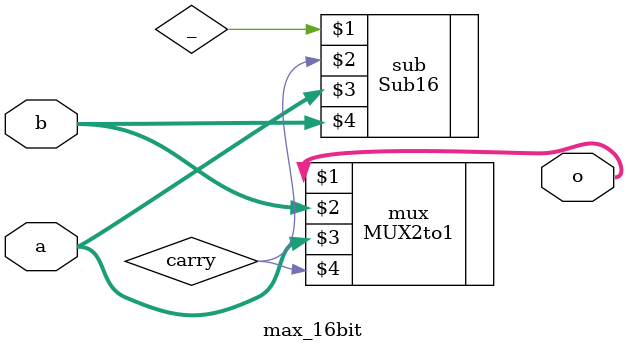
<source format=v>
module max_16bit(o,a,b);
	output [15:0]o;
	input [15:0]a;
	input [15:0]b;
	
	Sub16 sub(_,carry,a,b);
	MUX2to1 mux(o,b,a,carry);
	
endmodule

</source>
